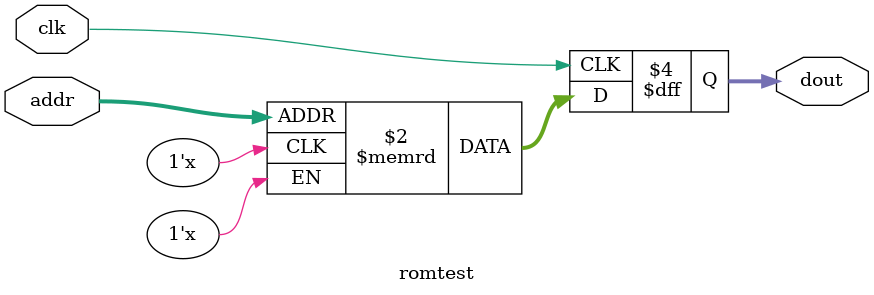
<source format=v>
module romtest (
    input wire          clk,
    input wire [7:0]    addr,
    output reg [7:0]    dout
    );

    reg [7:0] rom [0:255];

    initial begin
        `include "rom.vh"
    end

    always @(posedge clk) begin
        dout <= rom[addr];
    end

endmodule

</source>
